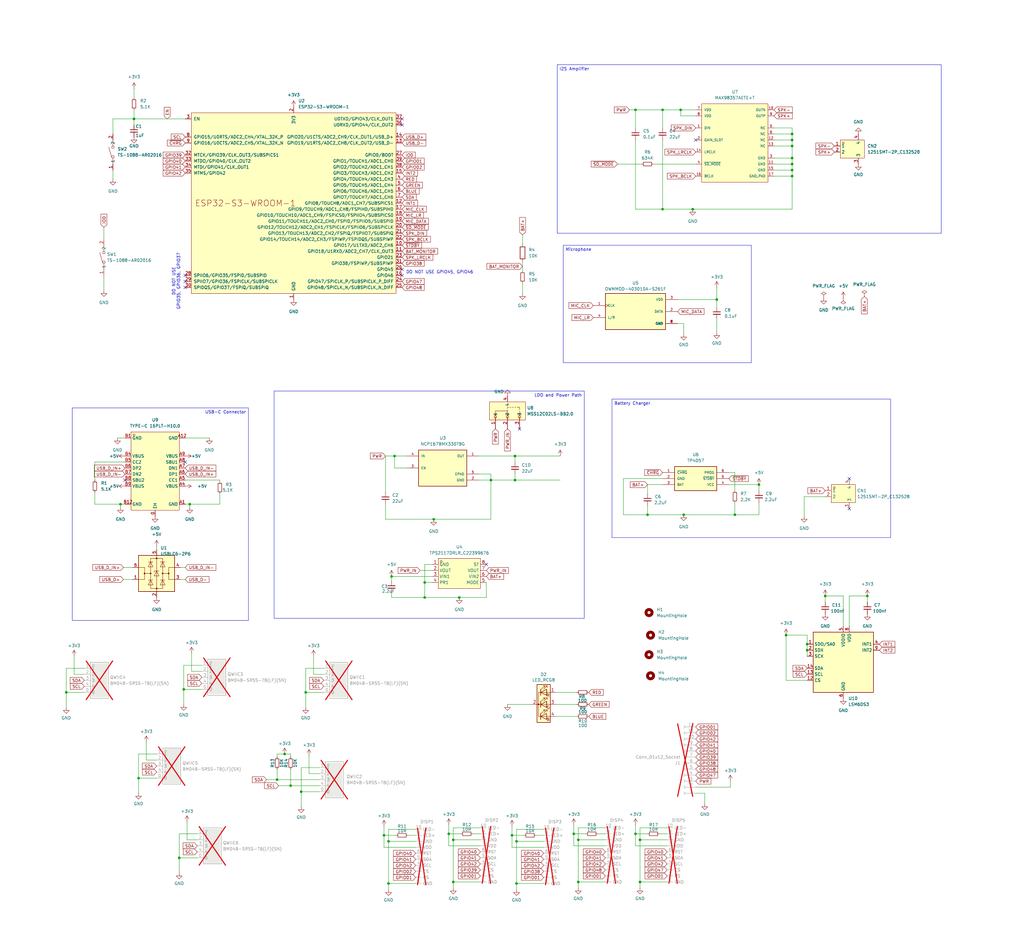
<source format=kicad_sch>
(kicad_sch (version 20250114) (generator "eeschema") (generator_version "9.0")
  (paper "User" 431.8 400)
  (text "DO NOT USE\nGPIO35, GPIO36, GPIO37" (at 74.295 118.745 90) (effects (font (size 1.27 1.27))))
  (text "DO NOT USE GPIO45, GPIO46" (at 185.42 114.935 0) (effects (font (size 1.27 1.27))))
  (text_box "Battery Charger" (at 258.064 168.402 0) (size 117.475 58.42) (margins 0.9525 0.9525 0.9525 0.9525) (effects (font (size 1.27 1.27)) (justify left top)))
  (text_box "USB-C Connector" (at 30.48 172.085 0) (size 74.295 89.662) (margins 0.9525 0.9525 0.9525 0.9525) (effects (font (size 1.27 1.27)) (justify right top)))
  (text_box "I2S Amplifier" (at 234.95 27.305 0) (size 161.925 71.12) (margins 0.9525 0.9525 0.9525 0.9525) (effects (font (size 1.27 1.27)) (justify left top)))
  (text_box "Microphone" (at 237.49 103.505 0) (size 79.375 49.53) (margins 0.9525 0.9525 0.9525 0.9525) (effects (font (size 1.27 1.27)) (justify left top)))
  (text_box "LDO and Power Path" (at 115.57 164.973 0) (size 130.81 95.885) (margins 0.9525 0.9525 0.9525 0.9525) (effects (font (size 1.27 1.27)) (justify right top)))
  (junction (at 75.565 361.95))
  (junction (at 287.02 46.355))
  (junction (at 334.01 69.215))
  (junction (at 166.37 192.405))
  (junction (at 179.07 245.745))
  (junction (at 302.26 126.365))
  (junction (at 122.555 331.47))
  (junction (at 217.805 354.965))
  (junction (at 193.675 252.095))
  (junction (at 161.925 352.425))
  (junction (at 127 334.01))
  (junction (at 207.01 202.565))
  (junction (at 217.17 192.405))
  (junction (at 189.23 351.79))
  (junction (at 56.515 50.165))
  (junction (at 116.84 328.93))
  (junction (at 243.84 354.33))
  (junction (at 80.01 212.725))
  (junction (at 340.36 271.78))
  (junction (at 241.935 351.79))
  (junction (at 334.01 71.755))
  (junction (at 273.05 217.17))
  (junction (at 215.9 352.425))
  (junction (at 27.94 292.1))
  (junction (at 50.8 212.725))
  (junction (at 58.42 328.295))
  (junction (at 279.4 46.355))
  (junction (at 179.07 252.095))
  (junction (at 365.76 251.46))
  (junction (at 334.01 74.295))
  (junction (at 191.135 372.11))
  (junction (at 217.17 202.565))
  (junction (at 182.88 219.075))
  (junction (at 243.84 372.11))
  (junction (at 269.875 372.11))
  (junction (at 191.135 354.33))
  (junction (at 217.805 372.745))
  (junction (at 163.83 354.965))
  (junction (at 320.04 204.47))
  (junction (at 267.97 351.79))
  (junction (at 334.01 56.515))
  (junction (at 77.47 290.83))
  (junction (at 269.875 354.33))
  (junction (at 292.1 88.265))
  (junction (at 120.015 318.135))
  (junction (at 279.4 88.265))
  (junction (at 331.47 267.97))
  (junction (at 340.36 274.32))
  (junction (at 128.905 292.1))
  (junction (at 334.01 59.055))
  (junction (at 309.88 217.17))
  (junction (at 334.01 66.675))
  (junction (at 334.01 61.595))
  (junction (at 288.29 217.17))
  (junction (at 347.98 251.46))
  (junction (at 163.83 372.745))
  (junction (at 267.97 46.355))
  (junction (at 165.1 243.205))
  (no_connect (at 78.105 194.945))
  (no_connect (at 358.14 201.93))
  (no_connect (at 78.105 116.205))
  (no_connect (at 205.105 238.125))
  (no_connect (at 169.545 116.205))
  (no_connect (at 52.705 202.565))
  (no_connect (at 293.37 59.055))
  (no_connect (at 78.105 118.745))
  (no_connect (at 219.075 180.975))
  (no_connect (at 358.14 214.63))
  (no_connect (at 169.545 52.705))
  (no_connect (at 169.545 50.165))
  (no_connect (at 169.545 113.665))
  (no_connect (at 78.105 121.285))
  (wire (pts (xy 52.07 239.395) (xy 55.88 239.395)))
  (wire (pts (xy 347.98 251.46) (xy 355.6 251.46)))
  (wire (pts (xy 58.42 318.135) (xy 58.42 328.295)))
  (wire (pts (xy 92.71 202.565) (xy 92.71 203.2)))
  (wire (pts (xy 179.07 238.125) (xy 179.07 245.745)))
  (wire (pts (xy 217.805 372.745) (xy 217.805 375.285)))
  (wire (pts (xy 287.02 48.895) (xy 287.02 46.355)))
  (wire (pts (xy 302.26 134.62) (xy 302.26 140.335)))
  (wire (pts (xy 334.01 56.515) (xy 334.01 59.055)))
  (wire (pts (xy 269.875 372.11) (xy 281.305 372.11)))
  (wire (pts (xy 122.555 331.47) (xy 134.62 331.47)))
  (wire (pts (xy 56.515 50.165) (xy 78.105 50.165)))
  (wire (pts (xy 43.815 116.205) (xy 43.815 122.555)))
  (wire (pts (xy 162.56 192.405) (xy 162.56 207.645)))
  (wire (pts (xy 279.4 204.47) (xy 273.05 204.47)))
  (wire (pts (xy 320.04 204.47) (xy 320.04 207.01)))
  (wire (pts (xy 171.45 197.485) (xy 166.37 197.485)))
  (wire (pts (xy 215.9 352.425) (xy 215.9 357.505)))
  (wire (pts (xy 262.89 201.93) (xy 279.4 201.93)))
  (wire (pts (xy 128.905 281.94) (xy 136.525 281.94)))
  (wire (pts (xy 293.37 46.355) (xy 287.02 46.355)))
  (wire (pts (xy 241.935 351.79) (xy 241.935 356.87)))
  (wire (pts (xy 326.39 61.595) (xy 334.01 61.595)))
  (wire (pts (xy 40.005 194.945) (xy 52.705 194.945)))
  (wire (pts (xy 243.84 349.25) (xy 255.27 349.25)))
  (wire (pts (xy 269.875 349.25) (xy 269.875 354.33)))
  (wire (pts (xy 201.93 192.405) (xy 217.17 192.405)))
  (wire (pts (xy 43.815 95.885) (xy 43.815 100.965)))
  (wire (pts (xy 347.98 251.46) (xy 347.98 254)))
  (wire (pts (xy 340.36 274.32) (xy 340.36 276.86)))
  (wire (pts (xy 358.14 251.46) (xy 358.14 264.16)))
  (wire (pts (xy 130.302 318.77) (xy 130.302 326.39)))
  (wire (pts (xy 241.935 347.98) (xy 241.935 351.79)))
  (wire (pts (xy 267.97 59.055) (xy 267.97 88.265)))
  (wire (pts (xy 165.1 250.19) (xy 165.1 252.095)))
  (wire (pts (xy 365.76 251.46) (xy 365.76 254)))
  (wire (pts (xy 189.23 356.87) (xy 202.565 356.87)))
  (wire (pts (xy 199.39 351.79) (xy 202.565 351.79)))
  (wire (pts (xy 326.39 71.755) (xy 334.01 71.755)))
  (wire (pts (xy 75.565 351.79) (xy 83.185 351.79)))
  (wire (pts (xy 217.805 372.745) (xy 229.235 372.745)))
  (wire (pts (xy 269.875 349.25) (xy 281.305 349.25)))
  (wire (pts (xy 165.1 243.205) (xy 165.1 245.11)))
  (wire (pts (xy 163.83 372.745) (xy 175.26 372.745)))
  (wire (pts (xy 207.01 219.075) (xy 182.88 219.075)))
  (wire (pts (xy 116.84 318.135) (xy 116.84 319.405)))
  (wire (pts (xy 234.315 292.1) (xy 243.205 292.1)))
  (wire (pts (xy 217.805 354.965) (xy 229.235 354.965)))
  (wire (pts (xy 40.005 207.645) (xy 40.005 212.725)))
  (wire (pts (xy 215.9 348.615) (xy 215.9 352.425)))
  (wire (pts (xy 127 334.01) (xy 127 340.36)))
  (wire (pts (xy 320.04 217.17) (xy 320.04 212.09)))
  (wire (pts (xy 267.97 88.265) (xy 279.4 88.265)))
  (wire (pts (xy 58.42 328.295) (xy 58.42 334.645)))
  (wire (pts (xy 179.07 252.095) (xy 193.675 252.095)))
  (wire (pts (xy 334.01 88.265) (xy 292.1 88.265)))
  (wire (pts (xy 279.4 59.055) (xy 279.4 88.265)))
  (wire (pts (xy 287.02 46.355) (xy 279.4 46.355)))
  (wire (pts (xy 207.01 202.565) (xy 207.01 219.075)))
  (wire (pts (xy 166.37 197.485) (xy 166.37 192.405)))
  (wire (pts (xy 27.94 292.1) (xy 35.56 292.1)))
  (wire (pts (xy 215.9 357.505) (xy 229.235 357.505)))
  (wire (pts (xy 128.905 292.1) (xy 136.525 292.1)))
  (wire (pts (xy 161.925 348.615) (xy 161.925 352.425)))
  (wire (pts (xy 116.84 324.485) (xy 116.84 328.93)))
  (wire (pts (xy 252.095 351.79) (xy 255.27 351.79)))
  (wire (pts (xy 326.39 59.055) (xy 334.01 59.055)))
  (wire (pts (xy 241.935 356.87) (xy 255.27 356.87)))
  (wire (pts (xy 161.925 352.425) (xy 167.005 352.425)))
  (wire (pts (xy 161.925 357.505) (xy 175.26 357.505)))
  (wire (pts (xy 78.105 184.785) (xy 88.265 184.785)))
  (wire (pts (xy 191.135 372.11) (xy 202.565 372.11)))
  (wire (pts (xy 267.97 46.355) (xy 267.97 53.975)))
  (wire (pts (xy 162.56 192.405) (xy 166.37 192.405)))
  (wire (pts (xy 77.47 290.83) (xy 85.09 290.83)))
  (wire (pts (xy 262.89 201.93) (xy 262.89 217.17)))
  (wire (pts (xy 58.42 328.295) (xy 66.04 328.295)))
  (wire (pts (xy 326.39 74.295) (xy 334.01 74.295)))
  (wire (pts (xy 179.07 245.745) (xy 179.07 252.095)))
  (wire (pts (xy 339.09 209.55) (xy 347.98 209.55)))
  (wire (pts (xy 80.01 212.725) (xy 92.71 212.725)))
  (wire (pts (xy 76.2 244.475) (xy 78.105 244.475)))
  (wire (pts (xy 358.14 251.46) (xy 365.76 251.46)))
  (wire (pts (xy 326.39 69.215) (xy 334.01 69.215)))
  (wire (pts (xy 269.875 354.33) (xy 281.305 354.33)))
  (wire (pts (xy 128.905 281.94) (xy 128.905 292.1)))
  (wire (pts (xy 77.47 280.67) (xy 77.47 290.83)))
  (wire (pts (xy 220.345 99.06) (xy 220.345 102.87)))
  (wire (pts (xy 130.302 326.39) (xy 134.62 326.39)))
  (wire (pts (xy 302.26 121.285) (xy 302.26 126.365)))
  (wire (pts (xy 78.867 354.33) (xy 83.185 354.33)))
  (wire (pts (xy 243.84 372.11) (xy 243.84 374.65)))
  (wire (pts (xy 331.47 287.02) (xy 340.36 287.02)))
  (wire (pts (xy 326.39 66.675) (xy 334.01 66.675)))
  (wire (pts (xy 340.36 271.78) (xy 340.36 274.32)))
  (wire (pts (xy 215.9 352.425) (xy 220.98 352.425)))
  (wire (pts (xy 217.805 354.965) (xy 217.805 372.745)))
  (wire (pts (xy 120.015 318.135) (xy 122.555 318.135)))
  (wire (pts (xy 267.97 46.355) (xy 279.4 46.355)))
  (wire (pts (xy 128.905 292.1) (xy 128.905 298.45)))
  (wire (pts (xy 50.8 212.725) (xy 50.8 213.995)))
  (wire (pts (xy 267.97 351.79) (xy 273.05 351.79)))
  (wire (pts (xy 267.97 46.355) (xy 265.43 46.355)))
  (wire (pts (xy 191.135 349.25) (xy 191.135 354.33)))
  (wire (pts (xy 297.18 334.645) (xy 293.37 334.645)))
  (wire (pts (xy 243.205 297.18) (xy 234.315 297.18)))
  (wire (pts (xy 66.04 230.505) (xy 66.04 231.775)))
  (wire (pts (xy 80.772 275.59) (xy 80.772 283.21)))
  (wire (pts (xy 189.23 351.79) (xy 194.31 351.79)))
  (wire (pts (xy 224.155 297.18) (xy 213.995 297.18)))
  (wire (pts (xy 262.89 217.17) (xy 273.05 217.17)))
  (wire (pts (xy 331.47 267.97) (xy 340.36 267.97)))
  (wire (pts (xy 52.07 244.475) (xy 55.88 244.475)))
  (wire (pts (xy 75.565 361.95) (xy 75.565 368.3)))
  (wire (pts (xy 217.17 202.565) (xy 236.22 202.565)))
  (wire (pts (xy 78.105 202.565) (xy 92.71 202.565)))
  (wire (pts (xy 49.53 184.785) (xy 52.705 184.785)))
  (wire (pts (xy 331.47 267.97) (xy 331.47 287.02)))
  (wire (pts (xy 217.17 192.405) (xy 217.17 194.945)))
  (wire (pts (xy 307.34 204.47) (xy 320.04 204.47)))
  (wire (pts (xy 340.36 267.97) (xy 340.36 271.78)))
  (wire (pts (xy 267.97 351.79) (xy 267.97 356.87)))
  (wire (pts (xy 122.555 318.135) (xy 122.555 319.405)))
  (wire (pts (xy 177.165 240.665) (xy 182.245 240.665)))
  (wire (pts (xy 58.42 318.135) (xy 66.04 318.135)))
  (wire (pts (xy 273.05 204.47) (xy 273.05 208.28)))
  (wire (pts (xy 189.23 351.79) (xy 189.23 356.87)))
  (wire (pts (xy 275.59 69.215) (xy 293.37 69.215)))
  (wire (pts (xy 334.01 53.975) (xy 334.01 56.515)))
  (wire (pts (xy 31.242 276.86) (xy 31.242 284.48)))
  (wire (pts (xy 279.4 46.355) (xy 279.4 53.975)))
  (wire (pts (xy 132.207 276.86) (xy 132.207 284.48)))
  (wire (pts (xy 307.34 199.39) (xy 309.88 199.39)))
  (wire (pts (xy 77.47 290.83) (xy 77.47 297.18)))
  (wire (pts (xy 80.772 283.21) (xy 85.09 283.21)))
  (wire (pts (xy 47.625 50.165) (xy 56.515 50.165)))
  (wire (pts (xy 47.625 50.165) (xy 47.625 56.515)))
  (wire (pts (xy 179.07 245.745) (xy 182.245 245.745)))
  (wire (pts (xy 217.17 200.025) (xy 217.17 202.565)))
  (wire (pts (xy 127 323.85) (xy 134.62 323.85)))
  (wire (pts (xy 334.01 69.215) (xy 334.01 71.755)))
  (wire (pts (xy 161.925 352.425) (xy 161.925 357.505)))
  (wire (pts (xy 189.23 347.98) (xy 189.23 351.79)))
  (wire (pts (xy 112.395 328.93) (xy 116.84 328.93)))
  (wire (pts (xy 288.29 217.17) (xy 309.88 217.17)))
  (wire (pts (xy 217.17 202.565) (xy 207.01 202.565)))
  (wire (pts (xy 163.83 354.965) (xy 175.26 354.965)))
  (wire (pts (xy 163.83 349.885) (xy 175.26 349.885)))
  (wire (pts (xy 191.135 354.33) (xy 191.135 372.11)))
  (wire (pts (xy 243.84 354.33) (xy 255.27 354.33)))
  (wire (pts (xy 355.6 251.46) (xy 355.6 264.16)))
  (wire (pts (xy 220.345 119.38) (xy 220.345 123.825)))
  (wire (pts (xy 92.71 208.28) (xy 92.71 212.725)))
  (wire (pts (xy 75.565 351.79) (xy 75.565 361.95)))
  (wire (pts (xy 172.085 352.425) (xy 175.26 352.425)))
  (wire (pts (xy 309.88 199.39) (xy 309.88 207.01)))
  (wire (pts (xy 285.75 136.525) (xy 288.29 136.525)))
  (wire (pts (xy 163.83 354.965) (xy 163.83 372.745)))
  (wire (pts (xy 273.05 217.17) (xy 288.29 217.17)))
  (wire (pts (xy 75.565 361.95) (xy 83.185 361.95)))
  (wire (pts (xy 269.875 354.33) (xy 269.875 372.11)))
  (wire (pts (xy 76.2 239.395) (xy 78.105 239.395)))
  (wire (pts (xy 269.875 372.11) (xy 269.875 374.65)))
  (wire (pts (xy 217.805 349.885) (xy 229.235 349.885)))
  (wire (pts (xy 116.84 328.93) (xy 134.62 328.93)))
  (wire (pts (xy 234.315 302.26) (xy 243.205 302.26)))
  (wire (pts (xy 226.06 352.425) (xy 229.235 352.425)))
  (wire (pts (xy 217.17 192.405) (xy 236.22 192.405)))
  (wire (pts (xy 179.07 238.125) (xy 182.245 238.125)))
  (wire (pts (xy 217.805 349.885) (xy 217.805 354.965)))
  (wire (pts (xy 163.83 349.885) (xy 163.83 354.965)))
  (wire (pts (xy 77.47 280.67) (xy 85.09 280.67)))
  (wire (pts (xy 201.93 200.025) (xy 207.01 200.025)))
  (wire (pts (xy 309.88 212.09) (xy 309.88 217.17)))
  (wire (pts (xy 309.88 217.17) (xy 320.04 217.17)))
  (wire (pts (xy 127 323.85) (xy 127 334.01)))
  (wire (pts (xy 260.35 69.215) (xy 270.51 69.215)))
  (wire (pts (xy 241.935 351.79) (xy 247.015 351.79)))
  (wire (pts (xy 78.867 346.71) (xy 78.867 354.33)))
  (wire (pts (xy 40.005 212.725) (xy 50.8 212.725)))
  (wire (pts (xy 56.515 46.355) (xy 56.515 50.165)))
  (wire (pts (xy 191.135 372.11) (xy 191.135 374.65)))
  (wire (pts (xy 165.1 243.205) (xy 182.245 243.205)))
  (wire (pts (xy 207.01 200.025) (xy 207.01 202.565)))
  (wire (pts (xy 307.975 329.565) (xy 307.975 332.105)))
  (wire (pts (xy 191.135 349.25) (xy 202.565 349.25)))
  (wire (pts (xy 243.84 354.33) (xy 243.84 372.11)))
  (wire (pts (xy 191.135 354.33) (xy 202.565 354.33)))
  (wire (pts (xy 40.005 194.945) (xy 40.005 202.565)))
  (wire (pts (xy 27.94 281.94) (xy 35.56 281.94)))
  (wire (pts (xy 122.555 324.485) (xy 122.555 331.47)))
  (wire (pts (xy 127 334.01) (xy 134.62 334.01)))
  (wire (pts (xy 267.97 356.87) (xy 281.305 356.87)))
  (wire (pts (xy 56.515 50.165) (xy 56.515 52.705)))
  (wire (pts (xy 78.105 212.725) (xy 80.01 212.725)))
  (wire (pts (xy 162.56 212.725) (xy 162.56 219.075)))
  (wire (pts (xy 279.4 88.265) (xy 292.1 88.265)))
  (wire (pts (xy 47.625 71.755) (xy 47.625 75.565)))
  (wire (pts (xy 273.05 213.36) (xy 273.05 217.17)))
  (wire (pts (xy 334.01 71.755) (xy 334.01 74.295)))
  (wire (pts (xy 293.37 332.105) (xy 307.975 332.105)))
  (wire (pts (xy 50.8 212.725) (xy 52.705 212.725)))
  (wire (pts (xy 285.75 126.365) (xy 302.26 126.365)))
  (wire (pts (xy 339.09 209.55) (xy 339.09 217.805)))
  (wire (pts (xy 220.345 110.49) (xy 220.345 114.3)))
  (wire (pts (xy 132.207 284.48) (xy 136.525 284.48)))
  (wire (pts (xy 334.01 59.055) (xy 334.01 61.595)))
  (wire (pts (xy 334.01 66.675) (xy 334.01 69.215)))
  (wire (pts (xy 117.475 331.47) (xy 122.555 331.47)))
  (wire (pts (xy 297.18 339.09) (xy 297.18 334.645)))
  (wire (pts (xy 61.722 320.675) (xy 66.04 320.675)))
  (wire (pts (xy 278.13 351.79) (xy 281.305 351.79)))
  (wire (pts (xy 293.37 48.895) (xy 287.02 48.895)))
  (wire (pts (xy 61.722 313.055) (xy 61.722 320.675)))
  (wire (pts (xy 193.675 252.095) (xy 205.105 252.095)))
  (wire (pts (xy 207.01 202.565) (xy 201.93 202.565)))
  (wire (pts (xy 302.26 126.365) (xy 302.26 129.54)))
  (wire (pts (xy 116.84 318.135) (xy 120.015 318.135)))
  (wire (pts (xy 243.84 372.11) (xy 255.27 372.11)))
  (wire (pts (xy 163.83 372.745) (xy 163.83 375.285)))
  (wire (pts (xy 27.94 281.94) (xy 27.94 292.1)))
  (wire (pts (xy 27.94 292.1) (xy 27.94 298.45)))
  (wire (pts (xy 267.97 347.98) (xy 267.97 351.79)))
  (wire (pts (xy 205.105 245.745) (xy 205.105 252.095)))
  (wire (pts (xy 166.37 192.405) (xy 171.45 192.405)))
  (wire (pts (xy 162.56 219.075) (xy 182.88 219.075)))
  (wire (pts (xy 80.01 212.725) (xy 80.01 213.995)))
  (wire (pts (xy 334.01 74.295) (xy 334.01 88.265)))
  (wire (pts (xy 165.1 252.095) (xy 179.07 252.095)))
  (wire (pts (xy 288.29 136.525) (xy 288.29 140.97)))
  (wire (pts (xy 326.39 56.515) (xy 334.01 56.515)))
  (wire (pts (xy 326.39 53.975) (xy 334.01 53.975)))
  (wire (pts (xy 56.515 37.465) (xy 56.515 41.275)))
  (wire (pts (xy 31.242 284.48) (xy 35.56 284.48)))
  (wire (pts (xy 334.01 61.595) (xy 334.01 66.675)))
  (wire (pts (xy 243.84 349.25) (xy 243.84 354.33)))
  (global_label "INT2" (shape input) (at 169.545 73.025 0) (property "Intersheetrefs" "${INTERSHEET_REFS}" (effects (hide yes))))
  (global_label "GPIO38" (shape input) (at 229.235 367.665 180) (property "Intersheetrefs" "${INTERSHEET_REFS}" (effects (hide yes))))
  (global_label "GPIO47" (shape input) (at 169.545 118.745 0) (property "Intersheetrefs" "${INTERSHEET_REFS}" (effects (hide yes))))
  (global_label "SDA" (shape input) (at 340.36 281.94 180) (property "Intersheetrefs" "${INTERSHEET_REFS}" (effects (hide yes))))
  (global_label "SPK+" (shape input) (at 326.39 48.895 0) (property "Intersheetrefs" "${INTERSHEET_REFS}" (effects (hide yes))))
  (global_label "SPK-" (shape input) (at 326.39 46.355 0) (property "Intersheetrefs" "${INTERSHEET_REFS}" (effects (hide yes))))
  (global_label "GPIO42" (shape input) (at 293.37 311.785 0) (property "Intersheetrefs" "${INTERSHEET_REFS}" (effects (hide yes))))
  (global_label "SDA" (shape input) (at 85.09 285.75 180) (property "Intersheetrefs" "${INTERSHEET_REFS}" (effects (hide yes))))
  (global_label "PWR" (shape input) (at 293.37 329.565 0) (property "Intersheetrefs" "${INTERSHEET_REFS}" (effects (hide yes))))
  (global_label "SCL" (shape input) (at 136.525 289.56 180) (property "Intersheetrefs" "${INTERSHEET_REFS}" (effects (hide yes))))
  (global_label "PWR_IN" (shape input) (at 177.165 240.665 180) (property "Intersheetrefs" "${INTERSHEET_REFS}" (effects (hide yes))))
  (global_label "MIC_LR" (shape input) (at 169.545 90.805 0) (property "Intersheetrefs" "${INTERSHEET_REFS}" (effects (hide yes))))
  (global_label "MIC_CLK" (shape input) (at 250.19 128.905 180) (property "Intersheetrefs" "${INTERSHEET_REFS}" (effects (hide yes))))
  (global_label "~{SD_MODE}" (shape input) (at 169.545 95.885 0) (property "Intersheetrefs" "${INTERSHEET_REFS}" (effects (hide yes))))
  (global_label "GPIO02" (shape input) (at 169.545 70.485 0) (property "Intersheetrefs" "${INTERSHEET_REFS}" (effects (hide yes))))
  (global_label "GPIO39" (shape input) (at 202.565 367.03 180) (property "Intersheetrefs" "${INTERSHEET_REFS}" (effects (hide yes))))
  (global_label "GPIO01" (shape input) (at 229.235 370.205 180) (property "Intersheetrefs" "${INTERSHEET_REFS}" (effects (hide yes))))
  (global_label "SPK_BCLK" (shape input) (at 293.37 74.295 180) (property "Intersheetrefs" "${INTERSHEET_REFS}" (effects (hide yes))))
  (global_label "GPIO38" (shape input) (at 293.37 321.945 0) (property "Intersheetrefs" "${INTERSHEET_REFS}" (effects (hide yes))))
  (global_label "GPIO48" (shape input) (at 293.37 324.485 0) (property "Intersheetrefs" "${INTERSHEET_REFS}" (effects (hide yes))))
  (global_label "PWR_IN" (shape input) (at 213.995 180.975 270) (property "Intersheetrefs" "${INTERSHEET_REFS}" (effects (hide yes))))
  (global_label "GPIO40" (shape input) (at 229.235 360.045 180) (property "Intersheetrefs" "${INTERSHEET_REFS}" (effects (hide yes))))
  (global_label "RED" (shape input) (at 169.545 75.565 0) (property "Intersheetrefs" "${INTERSHEET_REFS}" (effects (hide yes))))
  (global_label "BAT+" (shape input) (at 273.05 204.47 180) (property "Intersheetrefs" "${INTERSHEET_REFS}" (effects (hide yes))))
  (global_label "SDA" (shape input) (at 112.395 328.93 180) (property "Intersheetrefs" "${INTERSHEET_REFS}" (effects (hide yes))))
  (global_label "GPIO01" (shape input) (at 293.37 306.705 0) (property "Intersheetrefs" "${INTERSHEET_REFS}" (effects (hide yes))))
  (global_label "USB_D_IN-" (shape input) (at 52.705 200.025 180) (property "Intersheetrefs" "${INTERSHEET_REFS}" (effects (hide yes))))
  (global_label "PWR_IN" (shape input) (at 205.105 240.665 0) (property "Intersheetrefs" "${INTERSHEET_REFS}" (effects (hide yes))))
  (global_label "GPIO40" (shape input) (at 78.105 67.945 180) (property "Intersheetrefs" "${INTERSHEET_REFS}" (effects (hide yes))))
  (global_label "~{CHRG}" (shape input) (at 279.4 199.39 180) (property "Intersheetrefs" "${INTERSHEET_REFS}" (effects (hide yes))))
  (global_label "GREEN" (shape input) (at 169.545 78.105 0) (property "Intersheetrefs" "${INTERSHEET_REFS}" (effects (hide yes))))
  (global_label "BAT+" (shape input) (at 205.105 243.205 0) (property "Intersheetrefs" "${INTERSHEET_REFS}" (effects (hide yes))))
  (global_label "USB_D_IN-" (shape input) (at 78.105 239.395 0) (property "Intersheetrefs" "${INTERSHEET_REFS}" (effects (hide yes))))
  (global_label "GPIO42" (shape input) (at 281.305 364.49 180) (property "Intersheetrefs" "${INTERSHEET_REFS}" (effects (hide yes))))
  (global_label "SCL" (shape input) (at 78.105 57.785 180) (property "Intersheetrefs" "${INTERSHEET_REFS}" (effects (hide yes))))
  (global_label "BAT_MONITOR" (shape input) (at 220.345 112.395 180) (property "Intersheetrefs" "${INTERSHEET_REFS}" (effects (hide yes))))
  (global_label "SPK+" (shape input) (at 351.79 64.135 180) (property "Intersheetrefs" "${INTERSHEET_REFS}" (effects (hide yes))))
  (global_label "USB_D+" (shape input) (at 169.545 57.785 0) (property "Intersheetrefs" "${INTERSHEET_REFS}" (effects (hide yes))))
  (global_label "GPIO41" (shape input) (at 255.27 361.95 180) (property "Intersheetrefs" "${INTERSHEET_REFS}" (effects (hide yes))))
  (global_label "USB_D_IN-" (shape input) (at 78.105 197.485 0) (property "Intersheetrefs" "${INTERSHEET_REFS}" (effects (hide yes))))
  (global_label "GPIO40" (shape input) (at 202.565 359.41 180) (property "Intersheetrefs" "${INTERSHEET_REFS}" (effects (hide yes))))
  (global_label "GPIO38" (shape input) (at 169.545 111.125 0) (property "Intersheetrefs" "${INTERSHEET_REFS}" (effects (hide yes))))
  (global_label "GPIO41" (shape input) (at 78.105 70.485 180) (property "Intersheetrefs" "${INTERSHEET_REFS}" (effects (hide yes))))
  (global_label "BAT+" (shape input) (at 220.345 99.06 90) (property "Intersheetrefs" "${INTERSHEET_REFS}" (effects (hide yes))))
  (global_label "SDA" (shape input) (at 136.525 287.02 180) (property "Intersheetrefs" "${INTERSHEET_REFS}" (effects (hide yes))))
  (global_label "PWR" (shape input) (at 162.56 192.405 180) (property "Intersheetrefs" "${INTERSHEET_REFS}" (effects (hide yes))))
  (global_label "SPK_DIN" (shape input) (at 293.37 53.975 180) (property "Intersheetrefs" "${INTERSHEET_REFS}" (effects (hide yes))))
  (global_label "GPIO41" (shape input) (at 229.235 362.585 180) (property "Intersheetrefs" "${INTERSHEET_REFS}" (effects (hide yes))))
  (global_label "GPIO41" (shape input) (at 202.565 361.95 180) (property "Intersheetrefs" "${INTERSHEET_REFS}" (effects (hide yes))))
  (global_label "GPIO42" (shape input) (at 255.27 364.49 180) (property "Intersheetrefs" "${INTERSHEET_REFS}" (effects (hide yes))))
  (global_label "GPIO40" (shape input) (at 281.305 359.41 180) (property "Intersheetrefs" "${INTERSHEET_REFS}" (effects (hide yes))))
  (global_label "RED" (shape input) (at 248.285 292.1 0) (property "Intersheetrefs" "${INTERSHEET_REFS}" (effects (hide yes))))
  (global_label "GPIO39" (shape input) (at 78.105 65.405 180) (property "Intersheetrefs" "${INTERSHEET_REFS}" (effects (hide yes))))
  (global_label "GPIO41" (shape input) (at 293.37 314.325 0) (property "Intersheetrefs" "${INTERSHEET_REFS}" (effects (hide yes))))
  (global_label "GPIO40" (shape input) (at 293.37 316.865 0) (property "Intersheetrefs" "${INTERSHEET_REFS}" (effects (hide yes))))
  (global_label "BAT_MONITOR" (shape input) (at 169.545 106.045 0) (property "Intersheetrefs" "${INTERSHEET_REFS}" (effects (hide yes))))
  (global_label "SDA" (shape input) (at 66.04 323.215 180) (property "Intersheetrefs" "${INTERSHEET_REFS}" (effects (hide yes))))
  (global_label "GPIO41" (shape input) (at 281.305 361.95 180) (property "Intersheetrefs" "${INTERSHEET_REFS}" (effects (hide yes))))
  (global_label "GPIO42" (shape input) (at 175.26 365.125 180) (property "Intersheetrefs" "${INTERSHEET_REFS}" (effects (hide yes))))
  (global_label "USB_D_IN+" (shape input) (at 52.07 239.395 180) (property "Intersheetrefs" "${INTERSHEET_REFS}" (effects (hide yes))))
  (global_label "GPIO01" (shape input) (at 202.565 369.57 180) (property "Intersheetrefs" "${INTERSHEET_REFS}" (effects (hide yes))))
  (global_label "EN" (shape input) (at 70.485 50.165 90) (property "Intersheetrefs" "${INTERSHEET_REFS}" (effects (hide yes))))
  (global_label "SCL" (shape input) (at 340.36 284.48 180) (property "Intersheetrefs" "${INTERSHEET_REFS}" (effects (hide yes))))
  (global_label "SCL" (shape input) (at 117.475 331.47 180) (property "Intersheetrefs" "${INTERSHEET_REFS}" (effects (hide yes))))
  (global_label "SCL" (shape input) (at 66.04 325.755 180) (property "Intersheetrefs" "${INTERSHEET_REFS}" (effects (hide yes))))
  (global_label "GPIO01" (shape input) (at 169.545 67.945 0) (property "Intersheetrefs" "${INTERSHEET_REFS}" (effects (hide yes))))
  (global_label "~{STDBY}" (shape input) (at 169.545 103.505 0) (property "Intersheetrefs" "${INTERSHEET_REFS}" (effects (hide yes))))
  (global_label "BLUE" (shape input) (at 169.545 80.645 0) (property "Intersheetrefs" "${INTERSHEET_REFS}" (effects (hide yes))))
  (global_label "GPIO40" (shape input) (at 255.27 359.41 180) (property "Intersheetrefs" "${INTERSHEET_REFS}" (effects (hide yes))))
  (global_label "IO0" (shape input) (at 43.815 95.885 90) (property "Intersheetrefs" "${INTERSHEET_REFS}" (effects (hide yes))))
  (global_label "SPK_LRCLK" (shape input) (at 169.545 108.585 0) (property "Intersheetrefs" "${INTERSHEET_REFS}" (effects (hide yes))))
  (global_label "USB_D_IN+" (shape input) (at 52.705 197.485 180) (property "Intersheetrefs" "${INTERSHEET_REFS}" (effects (hide yes))))
  (global_label "SCL" (shape input) (at 85.09 288.29 180) (property "Intersheetrefs" "${INTERSHEET_REFS}" (effects (hide yes))))
  (global_label "GPIO02" (shape input) (at 175.26 367.665 180) (property "Intersheetrefs" "${INTERSHEET_REFS}" (effects (hide yes))))
  (global_label "USB_D-" (shape input) (at 169.545 60.325 0) (property "Intersheetrefs" "${INTERSHEET_REFS}" (effects (hide yes))))
  (global_label "GPIO42" (shape input) (at 78.105 73.025 180) (property "Intersheetrefs" "${INTERSHEET_REFS}" (effects (hide yes))))
  (global_label "PWR" (shape input) (at 265.43 46.355 180) (property "Intersheetrefs" "${INTERSHEET_REFS}" (effects (hide yes))))
  (global_label "GPIO40" (shape input) (at 175.26 360.045 180) (property "Intersheetrefs" "${INTERSHEET_REFS}" (effects (hide yes))))
  (global_label "MIC_LR" (shape input) (at 250.19 133.985 180) (property "Intersheetrefs" "${INTERSHEET_REFS}" (effects (hide yes))))
  (global_label "SDA" (shape input) (at 35.56 287.02 180) (property "Intersheetrefs" "${INTERSHEET_REFS}" (effects (hide yes))))
  (global_label "MIC_DATA" (shape input) (at 169.545 93.345 0) (property "Intersheetrefs" "${INTERSHEET_REFS}" (effects (hide yes))))
  (global_label "INT2" (shape input) (at 370.84 274.32 0) (property "Intersheetrefs" "${INTERSHEET_REFS}" (effects (hide yes))))
  (global_label "SDA" (shape input) (at 83.185 356.87 180) (property "Intersheetrefs" "${INTERSHEET_REFS}" (effects (hide yes))))
  (global_label "IO0" (shape input) (at 169.545 65.405 0) (property "Intersheetrefs" "${INTERSHEET_REFS}" (effects (hide yes))))
  (global_label "SCL" (shape input) (at 83.185 359.41 180) (property "Intersheetrefs" "${INTERSHEET_REFS}" (effects (hide yes))))
  (global_label "USB_D+" (shape input) (at 52.07 244.475 180) (property "Intersheetrefs" "${INTERSHEET_REFS}" (effects (hide yes))))
  (global_label "SPK_LRCLK" (shape input) (at 293.37 64.135 180) (property "Intersheetrefs" "${INTERSHEET_REFS}" (effects (hide yes))))
  (global_label "GPIO48" (shape input) (at 169.545 121.285 0) (property "Intersheetrefs" "${INTERSHEET_REFS}" (effects (hide yes))))
  (global_label "MIC_DATA" (shape input) (at 285.75 131.445 0) (property "Intersheetrefs" "${INTERSHEET_REFS}" (effects (hide yes))))
  (global_label "GPIO47" (shape input) (at 293.37 327.025 0) (property "Intersheetrefs" "${INTERSHEET_REFS}" (effects (hide yes))))
  (global_label "MIC_CLK" (shape input) (at 169.545 88.265 0) (property "Intersheetrefs" "${INTERSHEET_REFS}" (effects (hide yes))))
  (global_label "GPIO02" (shape input) (at 293.37 309.245 0) (property "Intersheetrefs" "${INTERSHEET_REFS}" (effects (hide yes))))
  (global_label "GPIO48" (shape input) (at 255.27 367.03 180) (property "Intersheetrefs" "${INTERSHEET_REFS}" (effects (hide yes))))
  (global_label "GPIO01" (shape input) (at 255.27 369.57 180) (property "Intersheetrefs" "${INTERSHEET_REFS}" (effects (hide yes))))
  (global_label "~{STDBY}" (shape input) (at 307.34 201.93 0) (property "Intersheetrefs" "${INTERSHEET_REFS}" (effects (hide yes))))
  (global_label "USB_D-" (shape input) (at 78.105 244.475 0) (property "Intersheetrefs" "${INTERSHEET_REFS}" (effects (hide yes))))
  (global_label "GPIO47" (shape input) (at 281.305 367.03 180) (property "Intersheetrefs" "${INTERSHEET_REFS}" (effects (hide yes))))
  (global_label "~{CHRG}" (shape input) (at 78.105 60.325 180) (property "Intersheetrefs" "${INTERSHEET_REFS}" (effects (hide yes))))
  (global_label "GPIO41" (shape input) (at 175.26 362.585 180) (property "Intersheetrefs" "${INTERSHEET_REFS}" (effects (hide yes))))
  (global_label "GPIO42" (shape input) (at 229.235 365.125 180) (property "Intersheetrefs" "${INTERSHEET_REFS}" (effects (hide yes))))
  (global_label "SDA" (shape input) (at 169.545 83.185 0) (property "Intersheetrefs" "${INTERSHEET_REFS}" (effects (hide yes))))
  (global_label "USB_D_IN+" (shape input) (at 78.105 200.025 0) (property "Intersheetrefs" "${INTERSHEET_REFS}" (effects (hide yes))))
  (global_label "GPIO01" (shape input) (at 281.305 369.57 180) (property "Intersheetrefs" "${INTERSHEET_REFS}" (effects (hide yes))))
  (global_label "BAT+" (shape input) (at 347.98 207.01 180) (property "Intersheetrefs" "${INTERSHEET_REFS}" (effects (hide yes))))
  (global_label "BAT+" (shape input) (at 364.49 125.095 270) (property "Intersheetrefs" "${INTERSHEET_REFS}" (effects (hide yes))))
  (global_label "GREEN" (shape input) (at 248.285 297.18 0) (property "Intersheetrefs" "${INTERSHEET_REFS}" (effects (hide yes))))
  (global_label "BLUE" (shape input) (at 248.285 302.26 0) (property "Intersheetrefs" "${INTERSHEET_REFS}" (effects (hide yes))))
  (global_label "SPK_DIN" (shape input) (at 169.545 98.425 0) (property "Intersheetrefs" "${INTERSHEET_REFS}" (effects (hide yes))))
  (global_label "GPIO01" (shape input) (at 175.26 370.205 180) (property "Intersheetrefs" "${INTERSHEET_REFS}" (effects (hide yes))))
  (global_label "SPK_BCLK" (shape input) (at 169.545 100.965 0) (property "Intersheetrefs" "${INTERSHEET_REFS}" (effects (hide yes))))
  (global_label "~{SD_MODE}" (shape input) (at 260.35 69.215 180) (property "Intersheetrefs" "${INTERSHEET_REFS}" (effects (hide yes))))
  (global_label "INT1" (shape input) (at 370.84 271.78 0) (property "Intersheetrefs" "${INTERSHEET_REFS}" (effects (hide yes))))
  (global_label "GPIO42" (shape input) (at 202.565 364.49 180) (property "Intersheetrefs" "${INTERSHEET_REFS}" (effects (hide yes))))
  (global_label "PWR" (shape input) (at 208.915 180.975 270) (property "Intersheetrefs" "${INTERSHEET_REFS}" (effects (hide yes))))
  (global_label "SCL" (shape input) (at 35.56 289.56 180) (property "Intersheetrefs" "${INTERSHEET_REFS}" (effects (hide yes))))
  (global_label "GPIO39" (shape input) (at 293.37 319.405 0) (property "Intersheetrefs" "${INTERSHEET_REFS}" (effects (hide yes))))
  (global_label "SPK-" (shape input) (at 351.79 61.595 180) (property "Intersheetrefs" "${INTERSHEET_REFS}" (effects (hide yes))))
  (global_label "INT1" (shape input) (at 169.545 85.725 0) (property "Intersheetrefs" "${INTERSHEET_REFS}" (effects (hide yes))))
  (symbol (lib_name "GND_1") (lib_id "power:GND") (at 361.95 56.515 180) (unit 1)
    (property "Reference" "#PWR031" (effects (hide yes)))
    (property "Value" "GND" (at 361.95 51.435 0))
    (property "Description" "Power symbol creates a global label with name \"GND\" , ground" (effects (hide yes)))
  )
  (symbol (lib_id "Device:C_Small") (at 217.17 197.485 0) (unit 1)
    (property "Reference" "C10" (at 219.964 196.2212 0) (effects (justify left)))
    (property "Value" "22uF" (at 219.964 198.7612 0) (effects (justify left)))
    (property "Footprint" "Capacitor_SMD:C_0402_1005Metric" (effects (hide yes)))
    (property "Description" "Unpolarized capacitor, small symbol" (effects (hide yes)))
  )
  (symbol (lib_id "power:+3V3") (at 331.47 267.97 0) (unit 1)
    (property "Reference" "#PWR044" (effects (hide yes)))
    (property "Value" "+3V3" (at 331.47 262.89 0))
    (property "Description" "Power symbol creates a global label with name \"+3V3\"" (effects (hide yes)))
  )
  (symbol (lib_id "power:GND") (at 297.18 339.09 0) (unit 1)
    (property "Reference" "#PWR055" (effects (hide yes)))
    (property "Value" "GND" (at 297.18 343.535 0))
    (property "Description" "Power symbol creates a global label with name \"GND\" , ground" (effects (hide yes)))
  )
  (symbol (lib_id "Device:C_Small") (at 165.1 247.65 0) (unit 1)
    (property "Reference" "C3" (at 160.782 247.396 0) (effects (justify left)))
    (property "Value" "2.2uF" (at 161.036 249.428 0) (effects (justify left)))
    (property "Footprint" "Capacitor_SMD:C_0402_1005Metric" (effects (hide yes)))
    (property "Description" "Unpolarized capacitor, small symbol" (effects (hide yes)))
    (property "Mfg Part #" "test" (effects (hide yes)))
  )
  (symbol (lib_id "TP4057:TP4057") (at 292.1 201.93 0) (unit 1)
    (property "Reference" "U6" (at 293.37 191.77 0))
    (property "Value" "TP4057" (at 293.37 194.31 0))
    (property "Footprint" "Package_TO_SOT_SMD:SOT-23-6" (effects (hide yes)))
    (property "MF" "TOPPOWER" (effects (hide yes)))
    (property "MP" "TP4057-42-SOT26-R" (effects (hide yes)))
  )
  (symbol (lib_id "power:+3V3") (at 78.867 346.71 0) (unit 1)
    (property "Reference" "#PWR054" (effects (hide yes)))
    (property "Value" "+3V3" (at 78.867 342.265 0))
  )
  (symbol (lib_id "power:GND") (at 43.815 122.555 0) (unit 1)
    (property "Reference" "#PWR05" (effects (hide yes)))
    (property "Value" "GND" (at 43.815 127.635 0))
  )
  (symbol (lib_id "Random_Displays:IPS_1.54_inch_10PIN_SPI_TFT_LCD_Screen_ST7789V") (at 229.235 372.745 0) (unit 1) (in_bom no) (dnp yes)
    (property "Reference" "DISP3" (at 231.14 346.71 0) (effects (justify left)))
    (property "Value" "~" (at 233.045 362.585 0) (effects (justify left)))
    (property "Footprint" "Display_Other:FPC_10_0.5" (effects (hide yes)))
  )
  (symbol (lib_id "easyeda2kicad:TS-1088-AR02016") (at 43.815 108.585 90) (unit 1)
    (property "Reference" "SW1" (at 45.085 107.3149 90) (effects (justify right)))
    (property "Value" "TS-1088-AR02016" (at 45.085 109.8549 90) (effects (justify right)))
    (property "Footprint" "easyeda2kicad:SW-SMD_L3.9-W3.0-P4.45" (effects (hide yes)))
    (property "Datasheet" "https://lcsc.com/product-detail/Tactile-Switches_XUNPU-TS-1088-AR02016_C720477.html" (effects (hide yes)))
    (property "LCSC Part" "C720477" (effects (hide yes)))
    (property "MF" "XUNPU" (effects (hide yes)))
    (property "MP" "TS-1088-AR02016" (effects (hide yes)))
  )
  (symbol (lib_id "power:+3V3") (at 302.26 121.285 0) (unit 1)
    (property "Reference" "#PWR025" (effects (hide yes)))
    (property "Value" "+3V3" (at 302.26 116.84 0))
  )
  (symbol (lib_id "OWMMOD-403010A-S261F:OWMMOD-403010A-S261F") (at 267.97 131.445 0) (unit 1)
    (property "Reference" "U5" (at 267.97 119.38 0))
    (property "Value" "OWMMOD-403010A-S261F" (at 267.97 121.92 0))
    (property "Footprint" "OWMMOD_403010A_S261F:MIC_OWMMOD-403010A-S261F" (effects (hide yes)))
    (property "Description" "\n100 Hz ~ 10 kHz Digital Microphone MEMS (Silicon) 1.64 V ~ 3.6 V Omnidirectional (-26dB ±1dB @ 94dB SPL) Solder Pads\n" (effects (hide yes)))
    (property "DigiKey_Part_Number" "3949-OWMMOD-403010A-S261F-ND" (effects (hide yes)))
    (property "MF" "Ole Wolff Electronics Inc" (effects (hide yes)))
    (property "MAXIMUM_PACKAGE_HEIGHT" "1.10mm" (effects (hide yes)))
    (property "Package" "None" (effects (hide yes)))
    (property "Check_prices" "https://www.snapeda.com/parts/OWMMOD-403010A-S261F/B+%2526+B+Electronics/view-part/?ref=eda" (effects (hide yes)))
    (property "STANDARD" "Manufacturer Recommendations" (effects (hide yes)))
    (property "PARTREV" "00" (effects (hide yes)))
    (property "SnapEDA_Link" "https://www.snapeda.com/parts/OWMMOD-403010A-S261F/B+%2526+B+Electronics/view-part/?ref=snap" (effects (hide yes)))
    (property "MP" "OWMMOD-403010A-S261F" (effects (hide yes)))
    (property "Purchase-URL" "https://www.snapeda.com/api/url_track_click_mouser/?unipart_id=15593707&manufacturer=Ole Wolff Electronics Inc&part_name=OWMMOD-403010A-S261F&search_term=None" (effects (hide yes)))
    (property "MANUFACTURER" "Ole Wolff Electronics Inc" (effects (hide yes)))
  )
  (symbol (lib_id "Device:R_Small") (at 122.555 321.945 180) (unit 1)
    (property "Reference" "R14" (at 120.65 321.945 90))
    (property "Value" "10K" (at 124.46 321.945 90))
    (property "Footprint" "Resistor_SMD:R_0402_1005Metric" (effects (hide yes)))
    (property "Description" "Resistor, small symbol" (effects (hide yes)))
  )
  (symbol (lib_id "Random_Displays:IPS_1.54_inch_10PIN_SPI_TFT_LCD_Screen_ST7789V") (at 255.27 372.11 0) (unit 1) (in_bom no) (dnp yes)
    (property "Reference" "DISP4" (at 257.175 346.075 0) (effects (justify left)))
    (property "Value" "~" (at 259.08 361.95 0) (effects (justify left)))
    (property "Footprint" "Display_Other:FPC_10_0.5" (effects (hide yes)))
  )
  (symbol (lib_id "Device:C_Small") (at 279.4 56.515 0) (unit 1)
    (property "Reference" "C4" (at 282.194 55.2512 0) (effects (justify left)))
    (property "Value" "22uF" (at 282.194 57.7912 0) (effects (justify left)))
    (property "Footprint" "Capacitor_SMD:C_0402_1005Metric" (effects (hide yes)))
    (property "Description" "Unpolarized capacitor, small symbol" (effects (hide yes)))
  )
  (symbol (lib_id "power:GND") (at 365.76 259.08 0) (unit 1)
    (property "Reference" "#PWR012" (effects (hide yes)))
    (property "Value" "GND" (at 365.76 264.16 0))
    (property "Description" "Power symbol creates a global label with name \"GND\" , ground" (effects (hide yes)))
  )
  (symbol (lib_id "Device:R") (at 220.345 106.68 180) (unit 1)
    (property "Reference" "R4" (at 222.885 105.41 0) (effects (justify right)))
    (property "Value" "10K" (at 222.885 107.95 0) (effects (justify right)))
    (property "Footprint" "Resistor_SMD:R_0402_1005Metric" (effects (hide yes)))
  )
  (symbol (lib_id "Device:R_Small") (at 116.84 321.945 180) (unit 1)
    (property "Reference" "R13" (at 114.935 321.945 90))
    (property "Value" "10K" (at 118.745 321.945 90))
    (property "Footprint" "Resistor_SMD:R_0402_1005Metric" (effects (hide yes)))
    (property "Description" "Resistor, small symbol" (effects (hide yes)))
  )
  (symbol (lib_id "power:+3V3") (at 132.207 276.86 0) (unit 1)
    (property "Reference" "#PWR038" (effects (hide yes)))
    (property "Value" "+3V3" (at 132.207 272.415 0))
  )
  (symbol (lib_id "Device:R_Small") (at 245.745 297.18 90) (unit 1)
    (property "Reference" "R9" (at 245.6858 298.9083 90))
    (property "Value" "100" (at 245.745 300.355 90))
    (property "Footprint" "Resistor_SMD:R_0402_1005Metric" (effects (hide yes)))
    (property "Description" "Resistor, small symbol" (effects (hide yes)))
  )
  (symbol (lib_id "power:GND") (at 65.405 217.805 0) (unit 1)
    (property "Reference" "#PWR046" (effects (hide yes)))
    (property "Value" "GND" (at 65.405 222.885 0))
    (property "Description" "Power symbol creates a global label with name \"GND\" , ground" (effects (hide yes)))
  )
  (symbol (lib_id "power:GND") (at 347.345 125.73 0) (unit 1)
    (property "Reference" "#PWR029" (effects (hide yes)))
    (property "Value" "GND" (at 347.345 130.81 0))
  )
  (symbol (lib_id "power:GND") (at 88.265 184.785 0) (unit 1)
    (property "Reference" "#PWR03" (effects (hide yes)))
    (property "Value" "GND" (at 88.265 189.865 0))
    (property "Description" "Power symbol creates a global label with name \"GND\" , ground" (effects (hide yes)))
  )
  (symbol (lib_id "power:+5V") (at 355.6 125.73 0) (unit 1)
    (property "Reference" "#PWR030" (effects (hide yes)))
    (property "Value" "+5V" (at 355.6 120.65 0))
  )
  (symbol (lib_id "power:GND") (at 66.04 252.095 0) (unit 1)
    (property "Reference" "#PWR010" (effects (hide yes)))
    (property "Value" "GND" (at 66.04 257.175 0))
  )
  (symbol (lib_id "power:+3V3") (at 80.772 275.59 0) (unit 1)
    (property "Reference" "#PWR048" (effects (hide yes)))
    (property "Value" "+3V3" (at 80.772 271.145 0))
  )
  (symbol (lib_id "Device:C_Small") (at 365.76 256.54 0) (unit 1)
    (property "Reference" "C7" (at 368.554 255.27 0) (effects (justify left)))
    (property "Value" "100nf" (at 368.046 257.81 0) (effects (justify left)))
    (property "Footprint" "Capacitor_SMD:C_0402_1005Metric" (effects (hide yes)))
    (property "Description" "Unpolarized capacitor, small symbol" (effects (hide yes)))
  )
  (symbol (lib_id "Device:R_Small") (at 56.515 43.815 0) (unit 1)
    (property "Reference" "R2" (at 59.055 42.545 0) (effects (justify left)))
    (property "Value" "5.1K" (at 59.055 45.085 0) (effects (justify left)))
    (property "Footprint" "Resistor_SMD:R_0402_1005Metric" (effects (hide yes)))
  )
  (symbol (lib_id "power:+3V3") (at 123.825 45.085 0) (unit 1)
    (property "Reference" "#PWR013" (effects (hide yes)))
    (property "Value" "+3V3" (at 123.825 40.005 0))
  )
  (symbol (lib_id "Device:R_Small") (at 245.745 292.1 90) (unit 1)
    (property "Reference" "R8" (at 245.3702 293.8979 90))
    (property "Value" "100" (at 245.5871 295.5549 90))
    (property "Footprint" "Resistor_SMD:R_0402_1005Metric" (effects (hide yes)))
    (property "Description" "Resistor, small symbol" (effects (hide yes)))
  )
  (symbol (lib_id "Device:R_Small") (at 249.555 351.79 90) (unit 1)
    (property "Reference" "R16" (at 249.555 347.98 90))
    (property "Value" "10R" (at 249.555 349.885 90))
    (property "Footprint" "Resistor_SMD:R_0402_1005Metric" (effects (hide yes)))
    (property "Description" "Resistor, small symbol" (effects (hide yes)))
  )
  (symbol (lib_id "power:GND") (at 213.995 167.005 180) (unit 1)
    (property "Reference" "#PWR020" (effects (hide yes)))
    (property "Value" "GND" (at 210.439 165.227 0))
    (property "Description" "Power symbol creates a global label with name \"GND\" , ground" (effects (hide yes)))
  )
  (symbol (lib_id "easyeda2kicad:BM04B-SRSS-TB(LF)(SN)") (at 40.64 287.02 0) (unit 1) (in_bom no) (dnp yes)
    (property "Reference" "QWIIC4" (at 46.355 285.7499 0) (effects (justify left)))
    (property "Value" "BM04B-SRSS-TB(LF)(SN)" (at 46.355 288.2899 0) (effects (justify left)))
    (property "Footprint" "easyeda2kicad:CONN-SMD_BM04B-SRSS-TB" (effects (hide yes)))
    (property "Datasheet" "https://lcsc.com/product-detail/Others_JST-Sales-America__JST-Sales-America-BM04B-SRSS-TB-LF-SN_C160390.html" (effects (hide yes)))
    (property "LCSC Part" "C160390" (effects (hide yes)))
  )
  (symbol (lib_id "power:+5V") (at 66.04 230.505 0) (unit 1)
    (property "Reference" "#PWR09" (effects (hide yes)))
    (property "Value" "+5V" (at 66.04 225.425 0))
  )
  (symbol (lib_id "power:GND") (at 220.345 123.825 0) (unit 1)
    (property "Reference" "#PWR019" (effects (hide yes)))
    (property "Value" "GND" (at 220.345 128.905 0))
  )
  (symbol (lib_id "power:+3V3") (at 215.9 348.615 0) (unit 1)
    (property "Reference" "#PWR061" (effects (hide yes)))
    (property "Value" "+3V3" (at 215.9 344.17 0))
  )
  (symbol (lib_id "power:+3V3") (at 307.975 329.565 0) (unit 1)
    (property "Reference" "#PWR056" (effects (hide yes)))
    (property "Value" "+3V3" (at 307.975 325.12 0))
  )
  (symbol (lib_id "power:GND") (at 213.995 297.18 0) (unit 1)
    (property "Reference" "#PWR043" (effects (hide yes)))
    (property "Value" "GND" (at 213.995 302.26 0))
    (property "Description" "Power symbol creates a global label with name \"GND\" , ground" (effects (hide yes)))
  )
  (symbol (lib_id "power:PWR_FLAG") (at 355.6 125.73 180) (unit 1)
    (property "Reference" "#FLG02" (effects (hide yes)))
    (property "Value" "PWR_FLAG" (at 355.6 130.175 0))
    (property "Description" "Special symbol for telling ERC where power comes from" (effects (hide yes)))
  )
  (symbol (lib_id "easyeda2kicad:BM04B-SRSS-TB(LF)(SN)") (at 90.17 285.75 0) (unit 1) (in_bom no) (dnp yes)
    (property "Reference" "QWIIC3" (at 95.885 284.4799 0) (effects (justify left)))
    (property "Value" "BM04B-SRSS-TB(LF)(SN)" (at 95.885 287.0199 0) (effects (justify left)))
    (property "Footprint" "easyeda2kicad:CONN-SMD_BM04B-SRSS-TB" (effects (hide yes)))
    (property "Datasheet" "https://lcsc.com/product-detail/Others_JST-Sales-America__JST-Sales-America-BM04B-SRSS-TB-LF-SN_C160390.html" (effects (hide yes)))
    (property "LCSC Part" "C160390" (effects (hide yes)))
  )
  (symbol (lib_id "Device:R_Small") (at 223.52 352.425 90) (unit 1)
    (property "Reference" "R15" (at 223.52 348.615 90))
    (property "Value" "10R" (at 223.52 350.52 90))
    (property "Footprint" "Resistor_SMD:R_0402_1005Metric" (effects (hide yes)))
    (property "Description" "Resistor, small symbol" (effects (hide yes)))
  )
  (symbol (lib_id "power:+3V3") (at 365.76 251.46 0) (unit 1)
    (property "Reference" "#PWR041" (effects (hide yes)))
    (property "Value" "+3V3" (at 365.76 246.38 0))
    (property "Description" "Power symbol creates a global label with name \"+3V3\"" (effects (hide yes)))
  )
  (symbol (lib_id "easyeda2kicad:TYPE-C16PLT-H10.0") (at 65.405 200.025 0) (unit 1)
    (property "Reference" "U9" (at 65.405 177.165 0))
    (property "Value" "TYPE-C 16PLT-H10.0" (at 65.405 179.705 0))
    (property "Footprint" "easyeda2kicad:TYPE-C-SMD_USB4120-03-C" (effects (hide yes)))
    (property "LCSC Part" "C3151749" (effects (hide yes)))
    (property "MF" "SHOU HAN" (effects (hide yes)))
    (property "MP" "TYPE-C 16PLT-H10.0" (effects (hide yes)))
  )
  (symbol (lib_id "power:GND") (at 123.825 126.365 0) (unit 1)
    (property "Reference" "#PWR014" (effects (hide yes)))
    (property "Value" "GND" (at 123.825 131.445 0))
  )
  (symbol (lib_id "power:GND") (at 347.98 259.08 0) (unit 1)
    (property "Reference" "#PWR040" (effects (hide yes)))
    (property "Value" "GND" (at 347.98 264.16 0))
    (property "Description" "Power symbol creates a global label with name \"GND\" , ground" (effects (hide yes)))
  )
  (symbol (lib_id "Device:C_Small") (at 56.515 55.245 0) (unit 1)
    (property "Reference" "C1" (at 57.15 53.34 0) (effects (justify left)))
    (property "Value" "1uF" (at 57.15 57.15 0) (effects (justify left)))
    (property "Footprint" "Capacitor_SMD:C_0402_1005Metric" (effects (hide yes)))
  )
  (symbol (lib_id "Device:C_Small") (at 273.05 210.82 0) (unit 1)
    (property "Reference" "C6" (at 276.098 209.55 0) (effects (justify left)))
    (property "Value" "2.2uF" (at 275.844 212.09 0) (effects (justify left)))
    (property "Footprint" "Capacitor_SMD:C_0402_1005Metric" (effects (hide yes)))
    (property "Description" "Unpolarized capacitor, small symbol" (effects (hide yes)))
  )
  (symbol (lib_name "GND_1") (lib_id "power:GND") (at 361.95 69.215 0) (unit 1)
    (property "Reference" "#PWR032" (effects (hide yes)))
    (property "Value" "GND" (at 361.95 73.66 0))
    (property "Description" "Power symbol creates a global label with name \"GND\" , ground" (effects (hide yes)))
  )
  (symbol (lib_id "Device:C_Small") (at 302.26 132.08 0) (unit 1)
    (property "Reference" "C8" (at 305.435 130.8163 0) (effects (justify left)))
    (property "Value" "0.1uF" (at 305.435 133.3563 0) (effects (justify left)))
    (property "Footprint" "Capacitor_SMD:C_0402_1005Metric" (effects (hide yes)))
  )
  (symbol (lib_id "Connector:Conn_01x12_Socket") (at 288.29 321.945 180) (unit 1) (in_bom no) (dnp yes)
    (property "Reference" "J1" (at 287.02 321.9451 0) (effects (justify left)))
    (property "Value" "Conn_01x12_Socket" (at 287.02 319.4051 0) (effects (justify left)))
    (property "Footprint" "Connector_PinSocket_2.54mm:PinSocket_1x12_P2.54mm_Vertical" (effects (hide yes)))
    (property "Description" "Generic connector, single row, 01x12, script generated" (effects (hide yes)))
  )
  (symbol (lib_id "power:GND") (at 163.83 375.285 0) (unit 1)
    (property "Reference" "#PWR057" (effects (hide yes)))
    (property "Value" "GND" (at 163.83 379.73 0))
    (property "Description" "Power symbol creates a global label with name \"GND\" , ground" (effects (hide yes)))
  )
  (symbol (lib_id "power:GND") (at 75.565 368.3 0) (unit 1)
    (property "Reference" "#PWR053" (effects (hide yes)))
    (property "Value" "GND" (at 75.565 372.745 0))
  )
  (symbol (lib_id "Device:R_Small") (at 196.85 351.79 90) (unit 1)
    (property "Reference" "R12" (at 196.85 347.98 90))
    (property "Value" "10R" (at 196.85 349.885 90))
    (property "Footprint" "Resistor_SMD:R_0402_1005Metric" (effects (hide yes)))
    (property "Description" "Resistor, small symbol" (effects (hide yes)))
  )
  (symbol (lib_id "Mechanical:MountingHole") (at 274.32 267.97 0) (unit 1) (in_bom no)
    (property "Reference" "H2" (at 277.495 266.6999 0) (effects (justify left)))
    (property "Value" "MountingHole" (at 277.495 269.2399 0) (effects (justify left)))
    (property "Footprint" "MountingHole:MountingHole_2.2mm_M2" (effects (hide yes)))
    (property "Description" "Mounting Hole without connection" (effects (hide yes)))
  )
  (symbol (lib_id "Mechanical:MountingHole") (at 273.685 276.225 0) (unit 1) (in_bom no)
    (property "Reference" "H3" (at 276.86 274.9549 0) (effects (justify left)))
    (property "Value" "MountingHole" (at 276.86 277.4949 0) (effects (justify left)))
    (property "Footprint" "MountingHole:MountingHole_2.2mm_M2" (effects (hide yes)))
    (property "Description" "Mounting Hole without connection" (effects (hide yes)))
  )
  (symbol (lib_id "easyeda2kicad:BM04B-SRSS-TB(LF)(SN)") (at 141.605 287.02 0) (unit 1) (in_bom no) (dnp yes)
    (property "Reference" "QWIIC1" (at 147.32 285.7499 0) (effects (justify left)))
    (property "Value" "BM04B-SRSS-TB(LF)(SN)" (at 147.32 288.2899 0) (effects (justify left)))
    (property "Footprint" "easyeda2kicad:CONN-SMD_BM04B-SRSS-TB" (effects (hide yes)))
    (property "Datasheet" "https://lcsc.com/product-detail/Others_JST-Sales-America__JST-Sales-America-BM04B-SRSS-TB-LF-SN_C160390.html" (effects (hide yes)))
    (property "LCSC Part" "C160390" (effects (hide yes)))
  )
  (symbol (lib_id "power:+3V3") (at 236.22 192.405 0) (unit 1)
    (property "Reference" "#PWR021" (effects (hide yes)))
    (property "Value" "+3V3" (at 236.22 187.325 0))
    (property "Description" "Power symbol creates a global label with name \"+3V3\"" (effects (hide yes)))
  )
  (symbol (lib_id "power:+3V3") (at 56.515 37.465 0) (unit 1)
    (property "Reference" "#PWR07" (effects (hide yes)))
    (property "Value" "+3V3" (at 56.515 32.385 0))
  )
  (symbol (lib_id "power:GND") (at 127 340.36 0) (unit 1)
    (property "Reference" "#PWR035" (effects (hide yes)))
    (property "Value" "GND" (at 127 344.805 0))
  )
  (symbol (lib_id "power:GND") (at 269.875 374.65 0) (unit 1)
    (property "Reference" "#PWR066" (effects (hide yes)))
    (property "Value" "GND" (at 269.875 379.095 0))
    (property "Description" "Power symbol creates a global label with name \"GND\" , ground" (effects (hide yes)))
  )
  (symbol (lib_id "power:GND") (at 193.675 252.095 0) (unit 1)
    (property "Reference" "#PWR017" (effects (hide yes)))
    (property "Value" "GND" (at 193.675 257.175 0))
    (property "Description" "Power symbol creates a global label with name \"GND\" , ground" (effects (hide yes)))
  )
  (symbol (lib_id "power:+3V3") (at 120.015 318.135 0) (unit 1)
    (property "Reference" "#PWR045" (effects (hide yes)))
    (property "Value" "+3V3" (at 120.015 313.69 0))
  )
  (symbol (lib_id "Mechanical:MountingHole") (at 274.32 285.115 0) (unit 1) (in_bom no)
    (property "Reference" "H4" (at 277.495 283.8449 0) (effects (justify left)))
    (property "Value" "MountingHole" (at 277.495 286.3849 0) (effects (justify left)))
    (property "Footprint" "MountingHole:MountingHole_2.2mm_M2" (effects (hide yes)))
    (property "Description" "Mounting Hole without connection" (effects (hide yes)))
  )
  (symbol (lib_id "power:+5V") (at 52.705 192.405 90) (unit 1)
    (property "Reference" "#PWR039" (effects (hide yes)))
    (property "Value" "+5V" (at 50.165 192.4049 90) (effects (justify left)))
    (property "Description" "Power symbol creates a global label with name \"+5V\"" (effects (hide yes)))
  )
  (symbol (lib_id "Device:R_Small") (at 245.745 302.26 90) (unit 1)
    (property "Reference" "R10" (at 245.745 304.165 90))
    (property "Value" "100" (at 245.745 306.07 90))
    (property "Footprint" "Resistor_SMD:R_0402_1005Metric" (effects (hide yes)))
    (property "Description" "Resistor, small symbol" (effects (hide yes)))
  )
  (symbol (lib_id "power:GND") (at 191.135 374.65 0) (unit 1)
    (property "Reference" "#PWR060" (effects (hide yes)))
    (property "Value" "GND" (at 191.135 379.095 0))
    (property "Description" "Power symbol creates a global label with name \"GND\" , ground" (effects (hide yes)))
  )
  (symbol (lib_id "power:+5V") (at 78.105 205.105 270) (unit 1)
    (property "Reference" "#PWR033" (effects (hide yes)))
    (property "Value" "+5V" (at 83.185 205.1049 90) (effects (justify left)))
    (property "Description" "Power symbol creates a global label with name \"+5V\"" (effects (hide yes)))
  )
  (symbol (lib_id "power:+5V") (at 320.04 204.47 0) (unit 1)
    (property "Reference" "#PWR027" (effects (hide yes)))
    (property "Value" "+5V" (at 320.04 199.39 0))
    (property "Description" "Power symbol creates a global label with name \"+5V\"" (effects (hide yes)))
  )
  (symbol (lib_id "Device:R_Small") (at 275.59 351.79 90) (unit 1)
    (property "Reference" "R17" (at 275.59 347.98 90))
    (property "Value" "10R" (at 275.59 349.885 90))
    (property "Footprint" "Resistor_SMD:R_0402_1005Metric" (effects (hide yes)))
    (property "Description" "Resistor, small symbol" (effects (hide yes)))
  )
  (symbol (lib_id "Mechanical:MountingHole") (at 273.685 258.445 0) (unit 1) (in_bom no)
    (property "Reference" "H1" (at 276.86 257.1749 0) (effects (justify left)))
    (property "Value" "MountingHole" (at 276.86 259.7149 0) (effects (justify left)))
    (property "Footprint" "MountingHole:MountingHole_2.2mm_M2" (effects (hide yes)))
    (property "Description" "Mounting Hole without connection" (effects (hide yes)))
  )
  (symbol (lib_id "power:+5V") (at 78.105 192.405 270) (mirror x) (unit 1)
    (property "Reference" "#PWR01" (effects (hide yes)))
    (property "Value" "+5V" (at 80.645 192.405 90) (effects (justify left)))
    (property "Description" "Power symbol creates a global label with name \"+5V\"" (effects (hide yes)))
  )
  (symbol (lib_id "EasyEDA2Kicad:1251SMT-2P_C132528") (at 358.14 62.865 0) (unit 1)
    (property "Reference" "CN2" (at 365.76 61.5949 0) (effects (justify left)))
    (property "Value" "1251SMT-2P_C132528" (at 365.76 64.1349 0) (effects (justify left)))
    (property "Footprint" "easyeda2kicad:CONN-SMD_1251SMT-2P" (effects (hide yes)))
    (property "Datasheet" "https://lcsc.com/product-detail/1-25T-Connectors_Shenzhen-Cancome-1251series-socket-1-2P-1-25mm_C132528.html" (effects (hide yes)))
    (property "LCSC Part" "C132528" (effects (hide yes)))
    (property "MF" "Ckmtw(Shenzhen Cankemeng)" (effects (hide yes)))
    (property "MP" "W-1251M02P-0400" (effects (hide yes)))
  )
  (symbol (lib_id "power:+3V3") (at 161.925 348.615 0) (unit 1)
    (property "Reference" "#PWR058" (effects (hide yes)))
    (property "Value" "+3V3" (at 161.925 344.17 0))
  )
  (symbol (lib_id "power:GND") (at 302.26 140.335 0) (unit 1)
    (property "Reference" "#PWR026" (effects (hide yes)))
    (property "Value" "GND" (at 302.26 144.78 0))
  )
  (symbol (lib_id "power:GND") (at 56.515 57.785 0) (unit 1)
    (property "Reference" "#PWR08" (effects (hide yes)))
    (property "Value" "GND" (at 56.515 61.595 0))
  )
  (symbol (lib_id "power:GND") (at 80.01 213.995 0) (unit 1)
    (property "Reference" "#PWR04" (effects (hide yes)))
    (property "Value" "GND" (at 80.01 219.075 0))
    (property "Description" "Power symbol creates a global label with name \"GND\" , ground" (effects (hide yes)))
  )
  (symbol (lib_id "power:+5V") (at 165.1 243.205 0) (unit 1)
    (property "Reference" "#PWR015" (effects (hide yes)))
    (property "Value" "+5V" (at 165.1 238.125 0))
    (property "Description" "Power symbol creates a global label with name \"+5V\"" (effects (hide yes)))
  )
  (symbol (lib_id "power:GND") (at 47.625 75.565 0) (mirror y) (unit 1)
    (property "Reference" "#PWR06" (effects (hide yes)))
    (property "Value" "GND" (at 47.625 80.645 0))
    (property "Description" "Power symbol creates a global label with name \"GND\" , ground" (effects (hide yes)))
  )
  (symbol (lib_id "PCM_Espressif:ESP32-S3-WROOM-1") (at 123.825 85.725 0) (unit 1)
    (property "Reference" "U2" (at 125.7809 42.545 0) (effects (justify left)))
    (property "Value" "ESP32-S3-WROOM-1" (at 125.7809 45.085 0) (effects (justify left)))
    (property "Footprint" "PCM_Espressif:ESP32-S3-WROOM-1" (effects (hide yes)))
    (property "Datasheet" "https://www.espressif.com/sites/default/files/documentation/esp32-s3-wroom-1_wroom-1u_datasheet_en.pdf" (effects (hide yes)))
    (property "MF" "Espressif Systems" (effects (hide yes)))
    (property "MP" "ESP32-S3-WROOM-1U-N8R8" (effects (hide yes)))
  )
  (symbol (lib_id "power:PWR_FLAG") (at 364.49 125.095 0) (unit 1)
    (property "Reference" "#FLG03" (effects (hide yes)))
    (property "Value" "PWR_FLAG" (at 364.49 120.015 0))
    (property "Description" "Special symbol for telling ERC where power comes from" (effects (hide yes)))
  )
  (symbol (lib_id "power:+3V3") (at 241.935 347.98 0) (unit 1)
    (property "Reference" "#PWR063" (effects (hide yes)))
    (property "Value" "+3V3" (at 241.935 343.535 0))
  )
  (symbol (lib_id "MAX98357AETE_T:MAX98357AETE+T") (at 293.37 46.355 0) (unit 1)
    (property "Reference" "U7" (at 309.88 38.735 0))
    (property "Value" "MAX98357AETE+T" (at 309.88 41.275 0))
    (property "Footprint" "IC_Maxim Electronics_MAX98357AETE+T:Maxim_Electronics-21-0896-0-0-0" (effects (hide yes)))
    (property "Datasheet" "http://datasheets.maximintegrated.com/en/ds/MAX98357A-MAX98357B.pdf" (effects (hide yes)))
    (property "category" "IC" (effects (hide yes)))
    (property "digikey description" "Amplifier IC 2-Channel (Stereo) Class D 16-TQFN (3x3)" (effects (hide yes)))
    (property "digikey part number" "MAX98357AETE+T-ND" (effects (hide yes)))
    (property "lead free" "yes" (effects (hide yes)))
    (property "library id" "0f54a4b5bdb80fd2" (effects (hide yes)))
    (property "manufacturer" "Maxim Electronics" (effects (hide yes)))
    (property "mouser part number" "700-MAX98357AETE+T" (effects (hide yes)))
    (property "package" "TQFN16" (effects (hide yes)))
    (property "rohs" "yes" (effects (hide yes)))
    (property "temperature range high" "+85°C" (effects (hide yes)))
    (property "temperature range low" "+40°C" (effects (hide yes)))
    (property "MF" "MAXIM" (effects (hide yes)))
    (property "MP" "MAX98357AETE+T" (effects (hide yes)))
  )
  (symbol (lib_id "Device:C_Small") (at 347.98 256.54 0) (unit 1)
    (property "Reference" "C11" (at 350.774 255.27 0) (effects (justify left)))
    (property "Value" "100nf" (at 350.266 257.81 0) (effects (justify left)))
    (property "Footprint" "Capacitor_SMD:C_0402_1005Metric" (effects (hide yes)))
    (property "Description" "Unpolarized capacitor, small symbol" (effects (hide yes)))
  )
  (symbol (lib_id "power:GND") (at 217.805 375.285 0) (unit 1)
    (property "Reference" "#PWR062" (effects (hide yes)))
    (property "Value" "GND" (at 217.805 379.73 0))
    (property "Description" "Power symbol creates a global label with name \"GND\" , ground" (effects (hide yes)))
  )
  (symbol (lib_id "Device:R_Small") (at 92.71 205.74 0) (mirror x) (unit 1)
    (property "Reference" "R3" (at 97.79 204.47 0) (effects (justify right)))
    (property "Value" "5.1K" (at 98.298 206.756 0) (effects (justify right)))
    (property "Footprint" "Resistor_SMD:R_0402_1005Metric" (effects (hide yes)))
    (property "Description" "Resistor, small symbol" (effects (hide yes)))
  )
  (symbol (lib_id "power:GND") (at 77.47 297.18 0) (unit 1)
    (property "Reference" "#PWR047" (effects (hide yes)))
    (property "Value" "GND" (at 77.47 301.625 0))
  )
  (symbol (lib_id "power:GND") (at 292.1 88.265 0) (unit 1)
    (property "Reference" "#PWR024" (effects (hide yes)))
    (property "Value" "GND" (at 292.1 93.345 0))
  )
  (symbol (lib_id "Sensor_Motion:LSM6DS3") (at 355.6 279.4 0) (unit 1)
    (property "Reference" "U10" (at 357.7433 294.64 0) (effects (justify left)))
    (property "Value" "LSM6DS3" (at 357.7433 297.18 0) (effects (justify left)))
    (property "Footprint" "Package_LGA:LGA-14_3x2.5mm_P0.5mm_LayoutBorder3x4y" (effects (hide yes)))
    (property "Datasheet" "https://www.st.com/resource/en/datasheet/lsm6ds3tr-c.pdf" (effects (hide yes)))
    (property "Description" "I2C/SPI, iNEMO inertial module: always-on 3D accelerometer and 3D gyroscope" (effects (hide yes)))
    (property "MF" "STMicroelectronics" (effects (hide yes)))
    (property "MP" "LSM6DS3TR-C" (effects (hide yes)))
  )
  (symbol (lib_id "Device:LED_RCGB") (at 229.235 297.18 0) (unit 1)
    (property "Reference" "D2" (at 229.235 284.5562 0))
    (property "Value" "LED_RCGB" (at 229.235 286.8676 0))
    (property "Footprint" "Display_Other:KAA-3528RGBS-11" (effects (hide yes)))
    (property "MF" "Kingbright" (effects (hide yes)))
    (property "MP" "KAA-3528RGBS-11" (effects (hide yes)))
  )
  (symbol (lib_id "power:GND") (at 288.29 140.97 0) (unit 1)
    (property "Reference" "#PWR022" (effects (hide yes)))
    (property "Value" "GND" (at 288.29 145.415 0))
  )
  (symbol (lib_id "power:+3V3") (at 267.97 347.98 0) (unit 1)
    (property "Reference" "#PWR065" (effects (hide yes)))
    (property "Value" "+3V3" (at 267.97 343.535 0))
  )
  (symbol (lib_id "power:GND") (at 49.53 184.785 0) (unit 1)
    (property "Reference" "#PWR02" (effects (hide yes)))
    (property "Value" "GND" (at 49.53 189.865 0))
    (property "Description" "Power symbol creates a global label with name \"GND\" , ground" (effects (hide yes)))
  )
  (symbol (lib_id "Random_Displays:IPS_1.54_inch_10PIN_SPI_TFT_LCD_Screen_ST7789V") (at 175.26 372.745 0) (unit 1) (in_bom no) (dnp yes)
    (property "Reference" "DISP1" (at 177.165 346.71 0) (effects (justify left)))
    (property "Value" "~" (at 179.07 362.585 0) (effects (justify left)))
    (property "Footprint" "Display_Other:FPC_10_0.5" (effects (hide yes)))
  )
  (symbol (lib_id "Device:R_Small") (at 220.345 116.84 0) (unit 1)
    (property "Reference" "R5" (at 222.885 115.57 0) (effects (justify left)))
    (property "Value" "10K" (at 222.885 118.11 0) (effects (justify left)))
    (property "Footprint" "Resistor_SMD:R_0402_1005Metric" (effects (hide yes)))
  )
  (symbol (lib_id "power:GND") (at 288.29 217.17 0) (unit 1)
    (property "Reference" "#PWR023" (effects (hide yes)))
    (property "Value" "GND" (at 288.29 222.25 0))
    (property "Description" "Power symbol creates a global label with name \"GND\" , ground" (effects (hide yes)))
  )
  (symbol (lib_id "power:GND") (at 182.88 219.075 0) (unit 1)
    (property "Reference" "#PWR016" (effects (hide yes)))
    (property "Value" "GND" (at 182.88 224.155 0))
    (property "Description" "Power symbol creates a global label with name \"GND\" , ground" (effects (hide yes)))
  )
  (symbol (lib_id "power:GND") (at 27.94 298.45 0) (unit 1)
    (property "Reference" "#PWR049" (effects (hide yes)))
    (property "Value" "GND" (at 27.94 302.895 0))
  )
  (symbol (lib_id "power:+3V3") (at 61.722 313.055 0) (unit 1)
    (property "Reference" "#PWR052" (effects (hide yes)))
    (property "Value" "+3V3" (at 61.722 308.61 0))
  )
  (symbol (lib_id "power:GND") (at 58.42 334.645 0) (unit 1)
    (property "Reference" "#PWR051" (effects (hide yes)))
    (property "Value" "GND" (at 58.42 339.09 0))
  )
  (symbol (lib_id "Random_Displays:IPS_1.54_inch_10PIN_SPI_TFT_LCD_Screen_ST7789V") (at 281.305 372.11 0) (unit 1) (in_bom no) (dnp yes)
    (property "Reference" "DISP5" (at 283.21 346.075 0) (effects (justify left)))
    (property "Value" "~" (at 285.115 361.95 0) (effects (justify left)))
    (property "Footprint" "Display_Other:FPC_10_0.5" (effects (hide yes)))
  )
  (symbol (lib_id "power:GND") (at 339.09 217.805 0) (unit 1)
    (property "Reference" "#PWR028" (effects (hide yes)))
    (property "Value" "GND" (at 339.09 222.885 0))
    (property "Description" "Power symbol creates a global label with name \"GND\" , ground" (effects (hide yes)))
  )
  (symbol (lib_id "power:+3V3") (at 189.23 347.98 0) (unit 1)
    (property "Reference" "#PWR059" (effects (hide yes)))
    (property "Value" "+3V3" (at 189.23 343.535 0))
  )
  (symbol (lib_id "power:GND") (at 355.6 294.64 0) (unit 1)
    (property "Reference" "#PWR011" (effects (hide yes)))
    (property "Value" "GND" (at 355.6 299.72 0))
    (property "Description" "Power symbol creates a global label with name \"GND\" , ground" (effects (hide yes)))
  )
  (symbol (lib_id "easyeda2kicad:BM04B-SRSS-TB(LF)(SN)") (at 88.265 356.87 0) (unit 1) (in_bom no) (dnp yes)
    (property "Reference" "QWIIC6" (at 93.98 355.5999 0) (effects (justify left)))
    (property "Value" "BM04B-SRSS-TB(LF)(SN)" (at 93.98 358.1399 0) (effects (justify left)))
    (property "Footprint" "easyeda2kicad:CONN-SMD_BM04B-SRSS-TB" (effects (hide yes)))
    (property "Datasheet" "https://lcsc.com/product-detail/Others_JST-Sales-America__JST-Sales-America-BM04B-SRSS-TB-LF-SN_C160390.html" (effects (hide yes)))
    (property "LCSC Part" "C160390" (effects (hide yes)))
  )
  (symbol (lib_id "Device:C_Small") (at 320.04 209.55 0) (unit 1)
    (property "Reference" "C9" (at 322.834 208.28 0) (effects (justify left)))
    (property "Value" "2.2uF" (at 322.326 210.82 0) (effects (justify left)))
    (property "Footprint" "Capacitor_SMD:C_0402_1005Metric" (effects (hide yes)))
    (property "Description" "Unpolarized capacitor, small symbol" (effects (hide yes)))
  )
  (symbol (lib_id "power:+3V3") (at 130.302 318.77 0) (unit 1)
    (property "Reference" "#PWR037" (effects (hide yes)))
    (property "Value" "+3V3" (at 130.302 314.325 0))
  )
  (symbol (lib_id "Device:R_Small") (at 309.88 209.55 0) (unit 1)
    (property "Reference" "R7" (at 312.166 208.2799 0) (effects (justify left)))
    (property "Value" "2.2K" (at 312.166 210.8199 0) (effects (justify left)))
    (property "Footprint" "Resistor_SMD:R_0402_1005Metric" (effects (hide yes)))
    (property "Description" "Resistor, small symbol" (effects (hide yes)))
  )
  (symbol (lib_id "power:+3V3") (at 31.242 276.86 0) (unit 1)
    (property "Reference" "#PWR050" (effects (hide yes)))
    (property "Value" "+3V3" (at 31.242 272.415 0))
  )
  (symbol (lib_id "power:PWR_FLAG") (at 347.345 125.73 0) (unit 1)
    (property "Reference" "#FLG01" (effects (hide yes)))
    (property "Value" "PWR_FLAG" (at 347.345 120.65 0))
    (property "Description" "Special symbol for telling ERC where power comes from" (effects (hide yes)))
  )
  (symbol (lib_id "EasyEDA2Kicad:TPS2117DRLR_C22399676") (at 193.675 241.935 0) (unit 1)
    (property "Reference" "U4" (at 193.675 230.759 0))
    (property "Value" "TPS2117DRLR_C22399676" (at 193.675 233.299 0))
    (property "Footprint" "Package_TO_SOT_SMD:SOT-583-8" (effects (hide yes)))
    (property "LCSC Part" "C22399676" (effects (hide yes)))
    (property "MF" "Texas Instruments" (effects (hide yes)))
    (property "MP" "TPS2117DRLR" (effects (hide yes)))
  )
  (symbol (lib_id "Device:C_Small") (at 162.56 210.185 0) (unit 1)
    (property "Reference" "C2" (at 165.354 208.9212 0) (effects (justify left)))
    (property "Value" "22uF" (at 165.354 211.4612 0) (effects (justify left)))
    (property "Footprint" "Capacitor_SMD:C_0402_1005Metric" (effects (hide yes)))
    (property "Description" "Unpolarized capacitor, small symbol" (effects (hide yes)))
  )
  (symbol (lib_id "power:GND") (at 243.84 374.65 0) (unit 1)
    (property "Reference" "#PWR064" (effects (hide yes)))
    (property "Value" "GND" (at 243.84 379.095 0))
    (property "Description" "Power symbol creates a global label with name \"GND\" , ground" (effects (hide yes)))
  )
  (symbol (lib_id "easyeda2kicad:BM04B-SRSS-TB(LF)(SN)") (at 71.12 323.215 0) (unit 1) (in_bom no) (dnp yes)
    (property "Reference" "QWIIC5" (at 76.835 321.9449 0) (effects (justify left)))
    (property "Value" "BM04B-SRSS-TB(LF)(SN)" (at 76.835 324.4849 0) (effects (justify left)))
    (property "Footprint" "easyeda2kicad:CONN-SMD_BM04B-SRSS-TB" (effects (hide yes)))
    (property "Datasheet" "https://lcsc.com/product-detail/Others_JST-Sales-America__JST-Sales-America-BM04B-SRSS-TB-LF-SN_C160390.html" (effects (hide yes)))
    (property "LCSC Part" "C160390" (effects (hide yes)))
  )
  (symbol (lib_id "easyeda2kicad:TS-1088-AR02016") (at 47.625 64.135 90) (unit 1)
    (property "Reference" "SW2" (at 49.53 62.8649 90) (effects (justify right)))
    (property "Value" "TS-1088-AR02016" (at 49.53 65.4049 90) (effects (justify right)))
    (property "Footprint" "easyeda2kicad:SW-SMD_L3.9-W3.0-P4.45" (effects (hide yes)))
    (property "Datasheet" "https://lcsc.com/product-detail/Tactile-Switches_XUNPU-TS-1088-AR02016_C720477.html" (effects (hide yes)))
    (property "LCSC Part" "C720477" (effects (hide yes)))
    (property "MF" "XUNPU" (effects (hide yes)))
    (property "MP" "TS-1088-AR02016" (effects (hide yes)))
  )
  (symbol (lib_id "EasyEDA2Kicad:1251SMT-2P_C132528") (at 354.33 208.28 0) (unit 1)
    (property "Reference" "CN1" (at 361.442 207.0099 0) (effects (justify left)))
    (property "Value" "1251SMT-2P_C132528" (at 361.442 209.5499 0) (effects (justify left)))
    (property "Footprint" "easyeda2kicad:CONN-SMD_1251SMT-2P" (effects (hide yes)))
    (property "Datasheet" "https://lcsc.com/product-detail/1-25T-Connectors_Shenzhen-Cancome-1251series-socket-1-2P-1-25mm_C132528.html" (effects (hide yes)))
    (property "LCSC Part" "C132528" (effects (hide yes)))
    (property "MF" "Ckmtw(Shenzhen Cankemeng)" (effects (hide yes)))
    (property "MP" "W-1251M02P-0400" (effects (hide yes)))
  )
  (symbol (lib_id "power:+3V3") (at 347.98 251.46 0) (unit 1)
    (property "Reference" "#PWR042" (effects (hide yes)))
    (property "Value" "+3V3" (at 347.98 246.38 0))
    (property "Description" "Power symbol creates a global label with name \"+3V3\"" (effects (hide yes)))
  )
  (symbol (lib_id "Device:C_Small") (at 267.97 56.515 0) (unit 1)
    (property "Reference" "C5" (at 271.145 55.2513 0) (effects (justify left)))
    (property "Value" "0.1uF" (at 271.145 57.7913 0) (effects (justify left)))
    (property "Footprint" "Capacitor_SMD:C_0402_1005Metric" (effects (hide yes)))
  )
  (symbol (lib_id "Random_Displays:IPS_1.54_inch_10PIN_SPI_TFT_LCD_Screen_ST7789V") (at 202.565 372.11 0) (unit 1) (in_bom no) (dnp yes)
    (property "Reference" "DISP2" (at 204.47 346.075 0) (effects (justify left)))
    (property "Value" "~" (at 206.375 361.95 0) (effects (justify left)))
    (property "Footprint" "Display_Other:FPC_10_0.5" (effects (hide yes)))
  )
  (symbol (lib_id "power:GND") (at 50.8 213.995 0) (unit 1)
    (property "Reference" "#PWR018" (effects (hide yes)))
    (property "Value" "GND" (at 50.8 219.075 0))
    (property "Description" "Power symbol creates a global label with name \"GND\" , ground" (effects (hide yes)))
  )
  (symbol (lib_id "easyeda2kicad:BM04B-SRSS-TB(LF)(SN)") (at 139.7 328.93 0) (unit 1) (in_bom no) (dnp yes)
    (property "Reference" "QWIIC2" (at 146.05 327.6599 0) (effects (justify left)))
    (property "Value" "BM04B-SRSS-TB(LF)(SN)" (at 146.05 330.1999 0) (effects (justify left)))
    (property "Footprint" "easyeda2kicad:CONN-SMD_BM04B-SRSS-TB" (effects (hide yes)))
    (property "Datasheet" "https://lcsc.com/product-detail/Others_JST-Sales-America__JST-Sales-America-BM04B-SRSS-TB-LF-SN_C160390.html" (effects (hide yes)))
    (property "LCSC Part" "C160390" (effects (hide yes)))
  )
  (symbol (lib_id "power:GND") (at 128.905 298.45 0) (unit 1)
    (property "Reference" "#PWR036" (effects (hide yes)))
    (property "Value" "GND" (at 128.905 302.895 0))
  )
  (symbol (lib_id "NCP167BMX330TBG:NCP167BMX330TBG") (at 186.69 197.485 0) (unit 1)
    (property "Reference" "U3" (at 186.69 184.785 0))
    (property "Value" "NCP167BMX330TBG" (at 186.69 187.325 0))
    (property "Footprint" "NCP167BMX330TBG:VREG_NCP167BMX330TBG" (effects (hide yes)))
    (property "PARTREV" "5" (effects (hide yes)))
    (property "STANDARD" "Manufacturer Recommendations" (effects (hide yes)))
    (property "MAXIMUM_PACKAGE_HEIGHT" "0.43 mm" (effects (hide yes)))
    (property "MANUFACTURER" "Onsemi" (effects (hide yes)))
    (property "MF" "onsemi" (effects (hide yes)))
    (property "MP" "NCP167BMX330TBG" (effects (hide yes)))
  )
  (symbol (lib_id "Device:R_Small") (at 40.005 205.105 180) (unit 1)
    (property "Reference" "R1" (at 42.545 203.835 0) (effects (justify right)))
    (property "Value" "5.1K" (at 42.545 206.375 0) (effects (justify right)))
    (property "Footprint" "Resistor_SMD:R_0402_1005Metric" (effects (hide yes)))
    (property "Description" "Resistor, small symbol" (effects (hide yes)))
  )
  (symbol (lib_id "Device:R_Small") (at 273.05 69.215 90) (unit 1)
    (property "Reference" "R6" (at 273.05 64.135 90))
    (property "Value" "634K" (at 273.05 66.675 90))
    (property "Footprint" "Resistor_SMD:R_0402_1005Metric" (effects (hide yes)))
  )
  (symbol (lib_id "Device:R_Small") (at 169.545 352.425 90) (unit 1)
    (property "Reference" "R11" (at 169.545 348.615 90))
    (property "Value" "10R" (at 169.545 350.52 90))
    (property "Footprint" "Resistor_SMD:R_0402_1005Metric" (effects (hide yes)))
    (property "Description" "Resistor, small symbol" (effects (hide yes)))
  )
  (symbol (lib_id "Power_Protection:USBLC6-2P6") (at 66.04 241.935 0) (unit 1)
    (property "Reference" "U1" (at 67.6911 231.14 0) (effects (justify left)))
    (property "Value" "USBLC6-2P6" (at 67.6911 233.68 0) (effects (justify left)))
    (property "Footprint" "Package_TO_SOT_SMD:SOT-666" (effects (hide yes)))
    (property "Datasheet" "https://www.st.com/resource/en/datasheet/usblc6-2.pdf" (effects (hide yes)))
    (property "MF" "TYPE-C-31-M-12" (effects (hide yes)))
    (property "MP" "USBLC6-2P6" (effects (hide yes)))
  )
  (symbol (lib_id "power:+5V") (at 52.705 205.105 90) (unit 1)
    (property "Reference" "#PWR034" (effects (hide yes)))
    (property "Value" "+5V" (at 50.165 205.1049 90) (effects (justify left)))
    (property "Description" "Power symbol creates a global label with name \"+5V\"" (effects (hide yes)))
  )
  (symbol (lib_id "easyeda2kicad:MSS12C02LS-BB2.0") (at 213.995 174.625 0) (unit 1)
    (property "Reference" "U8" (at 222.25 172.0849 0) (effects (justify left)))
    (property "Value" "MSS12C02LS-BB2.0" (at 222.25 174.6249 0) (effects (justify left)))
    (property "Footprint" "easyeda2kicad:SW-SMD_MSS12C02LS-HB2.0-1" (effects (hide yes)))
    (property "LCSC Part" "C3008585" (effects (hide yes)))
    (property "MF" "SHOU HAN" (effects (hide yes)))
    (property "MP" "MSS12C02LS-BB2.0" (effects (hide yes)))
  )
)
</source>
